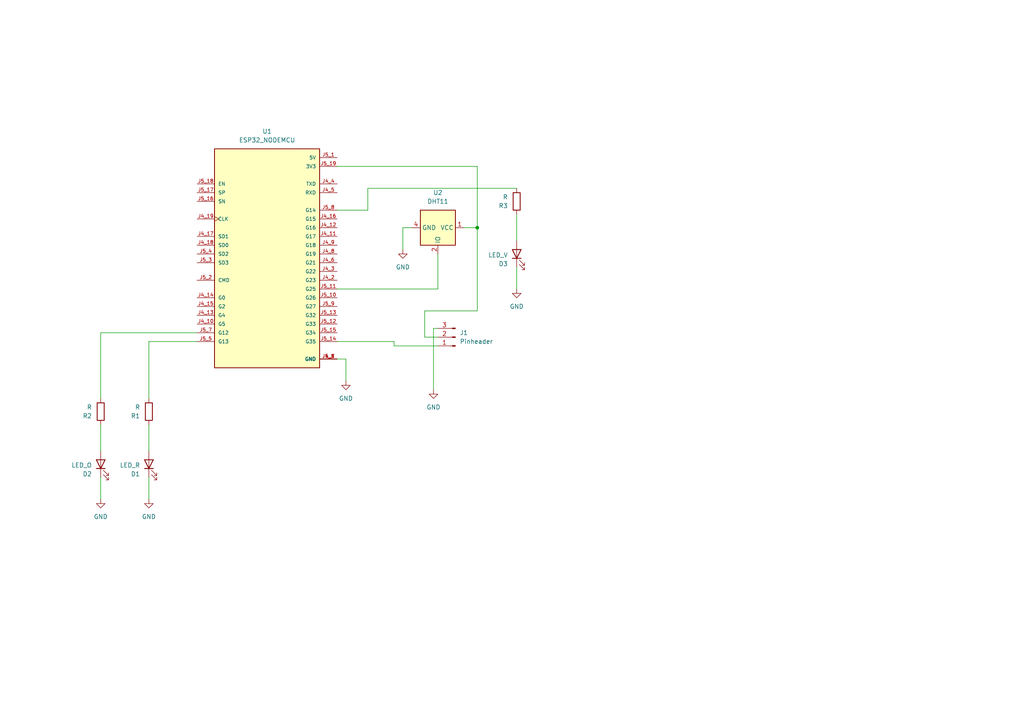
<source format=kicad_sch>
(kicad_sch (version 20211123) (generator eeschema)
  (paper "A4")
  (lib_symbols
    (symbol "Connector:Conn_01x03_Male" (pin_names (offset 1.016) hide)
      (property "Reference" "J" (at 0 5.08 0))
      (property "Value" "Conn_01x03_Male" (at 0 -5.08 0))
      (symbol "Conn_01x03_Male_1_1"
        (polyline (pts (xy 1.27 -2.54) (xy 0.8636 -2.54)) (stroke (width 0.1524)))
        (polyline (pts (xy 1.27 0) (xy 0.8636 0)) (stroke (width 0.1524)))
        (polyline (pts (xy 1.27 2.54) (xy 0.8636 2.54)) (stroke (width 0.1524)))
        (rectangle (start 0.8636 -2.413) (end 0 -2.667) (stroke (width 0.1524)) (fill (type outline)))
        (rectangle (start 0.8636 0.127) (end 0 -0.127) (stroke (width 0.1524)) (fill (type outline)))
        (rectangle (start 0.8636 2.667) (end 0 2.413) (stroke (width 0.1524)) (fill (type outline)))
        (pin passive line (at 5.08 2.54 180) (length 3.81) (name "Pin_1") (number "1"))
        (pin passive line (at 5.08 0 180) (length 3.81) (name "Pin_2") (number "2"))
        (pin passive line (at 5.08 -2.54 180) (length 3.81) (name "Pin_3") (number "3"))
      )
    )
    (symbol "Device:LED" (pin_numbers hide) (pin_names (offset 1.016) hide)
      (property "Reference" "D" (at 0 2.54 0))
      (property "Value" "LED" (at 0 -2.54 0))
      (symbol "LED_0_1"
        (polyline (pts (xy -1.27 -1.27) (xy -1.27 1.27)) (stroke (width 0.254)))
        (polyline (pts (xy -1.27 0) (xy 1.27 0)))
        (polyline (pts (xy 1.27 -1.27) (xy 1.27 1.27) (xy -1.27 0) (xy 1.27 -1.27)) (stroke (width 0.254)))
        (polyline (pts (xy -3.048 -0.762) (xy -4.572 -2.286) (xy -3.81 -2.286) (xy -4.572 -2.286) (xy -4.572 -1.524)))
        (polyline (pts (xy -1.778 -0.762) (xy -3.302 -2.286) (xy -2.54 -2.286) (xy -3.302 -2.286) (xy -3.302 -1.524)))
      )
      (symbol "LED_1_1"
        (pin passive line (at -3.81 0 0) (length 2.54) (name "K") (number "1"))
        (pin passive line (at 3.81 0 180) (length 2.54) (name "A") (number "2"))
      )
    )
    (symbol "Device:R" (pin_numbers hide) (pin_names (offset 0))
      (property "Reference" "R" (at 2.032 0 90))
      (property "Value" "R" (at 0 0 90))
      (symbol "R_0_1"
        (rectangle (start -1.016 -2.54) (end 1.016 2.54) (stroke (width 0.254)))
      )
      (symbol "R_1_1"
        (pin passive line (at 0 3.81 270) (length 1.27) (name "~") (number "1"))
        (pin passive line (at 0 -3.81 90) (length 1.27) (name "~") (number "2"))
      )
    )
    (symbol "ESP32_NODEMCU:ESP32_NODEMCU" (pin_names (offset 1.016))
      (property "Reference" "U" (at -15.24 31.242 0))
      (property "Value" "ESP32_NODEMCU" (at -15.24 -35.56 0))
      (symbol "ESP32_NODEMCU_0_0"
        (rectangle (start -15.24 -33.02) (end 15.24 30.48) (stroke (width 0.254)) (fill (type background)))
        (pin power_in line (at 20.32 -30.48 180) (length 5.08) (name "GND") (number "J4_1"))
        (pin bidirectional line (at -20.32 -20.32 0) (length 5.08) (name "G5") (number "J4_10"))
        (pin bidirectional line (at 20.32 5.08 180) (length 5.08) (name "G17") (number "J4_11"))
        (pin bidirectional line (at 20.32 7.62 180) (length 5.08) (name "G16") (number "J4_12"))
        (pin bidirectional line (at -20.32 -17.78 0) (length 5.08) (name "G4") (number "J4_13"))
        (pin bidirectional line (at -20.32 -12.7 0) (length 5.08) (name "G0") (number "J4_14"))
        (pin bidirectional line (at -20.32 -15.24 0) (length 5.08) (name "G2") (number "J4_15"))
        (pin bidirectional line (at 20.32 10.16 180) (length 5.08) (name "G15") (number "J4_16"))
        (pin bidirectional line (at -20.32 5.08 0) (length 5.08) (name "SD1") (number "J4_17"))
        (pin bidirectional line (at -20.32 2.54 0) (length 5.08) (name "SD0") (number "J4_18"))
        (pin input clock (at -20.32 10.16 0) (length 5.08) (name "CLK") (number "J4_19"))
        (pin bidirectional line (at 20.32 -7.62 180) (length 5.08) (name "G23") (number "J4_2"))
        (pin bidirectional line (at 20.32 -5.08 180) (length 5.08) (name "G22") (number "J4_3"))
        (pin output line (at 20.32 20.32 180) (length 5.08) (name "TXD") (number "J4_4"))
        (pin input line (at 20.32 17.78 180) (length 5.08) (name "RXD") (number "J4_5"))
        (pin bidirectional line (at 20.32 -2.54 180) (length 5.08) (name "G21") (number "J4_6"))
        (pin power_in line (at 20.32 -30.48 180) (length 5.08) (name "GND") (number "J4_7"))
        (pin bidirectional line (at 20.32 0 180) (length 5.08) (name "G19") (number "J4_8"))
        (pin bidirectional line (at 20.32 2.54 180) (length 5.08) (name "G18") (number "J4_9"))
        (pin power_in line (at 20.32 27.94 180) (length 5.08) (name "5V") (number "J5_1"))
        (pin bidirectional line (at 20.32 -12.7 180) (length 5.08) (name "G26") (number "J5_10"))
        (pin bidirectional line (at 20.32 -10.16 180) (length 5.08) (name "G25") (number "J5_11"))
        (pin bidirectional line (at 20.32 -20.32 180) (length 5.08) (name "G33") (number "J5_12"))
        (pin bidirectional line (at 20.32 -17.78 180) (length 5.08) (name "G32") (number "J5_13"))
        (pin bidirectional line (at 20.32 -25.4 180) (length 5.08) (name "G35") (number "J5_14"))
        (pin bidirectional line (at 20.32 -22.86 180) (length 5.08) (name "G34") (number "J5_15"))
        (pin input line (at -20.32 15.24 0) (length 5.08) (name "SN") (number "J5_16"))
        (pin input line (at -20.32 17.78 0) (length 5.08) (name "SP") (number "J5_17"))
        (pin input line (at -20.32 20.32 0) (length 5.08) (name "EN") (number "J5_18"))
        (pin power_in line (at 20.32 25.4 180) (length 5.08) (name "3V3") (number "J5_19"))
        (pin bidirectional line (at -20.32 -7.62 0) (length 5.08) (name "CMD") (number "J5_2"))
        (pin bidirectional line (at -20.32 -2.54 0) (length 5.08) (name "SD3") (number "J5_3"))
        (pin bidirectional line (at -20.32 0 0) (length 5.08) (name "SD2") (number "J5_4"))
        (pin bidirectional line (at -20.32 -25.4 0) (length 5.08) (name "G13") (number "J5_5"))
        (pin power_in line (at 20.32 -30.48 180) (length 5.08) (name "GND") (number "J5_6"))
        (pin bidirectional line (at -20.32 -22.86 0) (length 5.08) (name "G12") (number "J5_7"))
        (pin bidirectional line (at 20.32 12.7 180) (length 5.08) (name "G14") (number "J5_8"))
        (pin bidirectional line (at 20.32 -15.24 180) (length 5.08) (name "G27") (number "J5_9"))
      )
    )
    (symbol "Sensor:DHT11"
      (property "Reference" "U" (at -3.81 6.35 0))
      (property "Value" "DHT11" (at 3.81 6.35 0))
      (symbol "DHT11_0_1"
        (rectangle (start -5.08 5.08) (end 5.08 -5.08) (stroke (width 0.254)) (fill (type background)))
      )
      (symbol "DHT11_1_1"
        (pin power_in line (at 0 7.62 270) (length 2.54) (name "VCC") (number "1"))
        (pin bidirectional line (at 7.62 0 180) (length 2.54) (name "IO") (number "2"))
        (pin no_connect line (at -5.08 0 0) (length 2.54) hide (name "NC") (number "3"))
        (pin power_in line (at 0 -7.62 90) (length 2.54) (name "GND") (number "4"))
      )
    )
    (symbol "power:GND" (power) (pin_names (offset 0))
      (property "Value" "GND" (at 0 -3.81 0))
      (symbol "GND_0_1"
        (polyline (pts (xy 0 0) (xy 0 -1.27) (xy 1.27 -1.27) (xy 0 -2.54) (xy -1.27 -1.27) (xy 0 -1.27)))
      )
      (symbol "GND_1_1"
        (pin power_in line (at 0 0 270) (length 0) hide (name "GND") (number "1"))
      )
    )
  )
  (junction (at 138.43 66.04))
  (wire (pts (xy 43.18 144.78) (xy 43.18 138.43)))
  (wire (pts (xy 116.84 66.04) (xy 116.84 72.39)))
  (wire (pts (xy 149.86 54.61) (xy 106.68 54.61)))
  (wire (pts (xy 138.43 48.26) (xy 138.43 66.04)))
  (wire (pts (xy 134.62 66.04) (xy 138.43 66.04)))
  (wire (pts (xy 138.43 48.26) (xy 97.79 48.26)))
  (wire (pts (xy 43.18 99.06) (xy 57.15 99.06)))
  (wire (pts (xy 127 73.66) (xy 127 83.82)))
  (wire (pts (xy 123.19 90.17) (xy 138.43 90.17)))
  (wire (pts (xy 29.21 96.52) (xy 57.15 96.52)))
  (wire (pts (xy 127 97.79) (xy 123.19 97.79)))
  (wire (pts (xy 114.3 100.33) (xy 127 100.33)))
  (wire (pts (xy 138.43 90.17) (xy 138.43 66.04)))
  (wire (pts (xy 127 83.82) (xy 97.79 83.82)))
  (wire (pts (xy 29.21 144.78) (xy 29.21 138.43)))
  (wire (pts (xy 97.79 60.96) (xy 106.68 60.96)))
  (wire (pts (xy 97.79 99.06) (xy 114.3 99.06)))
  (wire (pts (xy 29.21 130.81) (xy 29.21 123.19)))
  (wire (pts (xy 43.18 115.57) (xy 43.18 99.06)))
  (wire (pts (xy 97.79 104.14) (xy 100.33 104.14)))
  (wire (pts (xy 127 95.25) (xy 125.73 95.25)))
  (wire (pts (xy 149.86 69.85) (xy 149.86 62.23)))
  (wire (pts (xy 29.21 115.57) (xy 29.21 96.52)))
  (wire (pts (xy 149.86 83.82) (xy 149.86 77.47)))
  (wire (pts (xy 125.73 95.25) (xy 125.73 113.03)))
  (wire (pts (xy 119.38 66.04) (xy 116.84 66.04)))
  (wire (pts (xy 114.3 99.06) (xy 114.3 100.33)))
  (wire (pts (xy 43.18 130.81) (xy 43.18 123.19)))
  (wire (pts (xy 100.33 104.14) (xy 100.33 110.49)))
  (wire (pts (xy 123.19 97.79) (xy 123.19 90.17)))
  (wire (pts (xy 106.68 54.61) (xy 106.68 60.96)))
  (symbol (lib_id "Device:R") (at 29.21 119.38 180) (unit 1)
    (property "Reference" "R2" (at 26.67 120.6501 0) (effects (justify left)))
    (property "Value" "R" (at 26.67 118.1101 0) (effects (justify left)))
    (property "Footprint" "Resistor_THT:R_Axial_DIN0309_L9.0mm_D3.2mm_P12.70mm_Horizontal" (effects hide))
  )
  (symbol (lib_id "power:GND") (at 29.21 144.78 0) (unit 1)
    (property "Reference" "#PWR0105" (effects hide))
    (property "Value" "GND" (at 29.21 149.86 0))
  )
  (symbol (lib_id "Connector:Conn_01x03_Male") (at 132.08 97.79 180) (unit 1)
    (property "Reference" "J1" (at 133.35 96.5199 0) (effects (justify right)))
    (property "Value" "Pinheader" (at 133.35 99.0599 0) (effects (justify right)))
    (property "Footprint" "Connector_PinHeader_1.00mm:PinHeader_1x03_P1.00mm_Vertical" (effects hide))
  )
  (symbol (lib_id "Device:R") (at 149.86 58.42 180) (unit 1)
    (property "Reference" "R3" (at 147.32 59.6901 0) (effects (justify left)))
    (property "Value" "R" (at 147.32 57.1501 0) (effects (justify left)))
    (property "Footprint" "Resistor_THT:R_Axial_DIN0309_L9.0mm_D3.2mm_P12.70mm_Horizontal" (effects hide))
  )
  (symbol (lib_id "power:GND") (at 125.73 113.03 0) (unit 1)
    (property "Reference" "#PWR0106" (effects hide))
    (property "Value" "GND" (at 125.73 118.11 0))
  )
  (symbol (lib_id "Device:R") (at 43.18 119.38 180) (unit 1)
    (property "Reference" "R1" (at 40.64 120.6501 0) (effects (justify left)))
    (property "Value" "R" (at 40.64 118.1101 0) (effects (justify left)))
    (property "Footprint" "Resistor_THT:R_Axial_DIN0309_L9.0mm_D3.2mm_P12.70mm_Horizontal" (effects hide))
  )
  (symbol (lib_id "Device:LED") (at 149.86 73.66 90) (unit 1)
    (property "Reference" "D3" (at 147.32 76.5176 90) (effects (justify left)))
    (property "Value" "LED_V" (at 147.32 73.9776 90) (effects (justify left)))
    (property "Footprint" "LED_THT:LED_D3.0mm" (effects hide))
  )
  (symbol (lib_id "power:GND") (at 116.84 72.39 0) (unit 1)
    (property "Reference" "#PWR0103" (effects hide))
    (property "Value" "GND" (at 116.84 77.47 0))
  )
  (symbol (lib_id "power:GND") (at 100.33 110.49 0) (unit 1)
    (property "Reference" "#PWR0101" (effects hide))
    (property "Value" "GND" (at 100.33 115.57 0))
  )
  (symbol (lib_id "Device:LED") (at 43.18 134.62 90) (unit 1)
    (property "Reference" "D1" (at 40.64 137.4776 90) (effects (justify left)))
    (property "Value" "LED_R" (at 40.64 134.9376 90) (effects (justify left)))
    (property "Footprint" "LED_THT:LED_D3.0mm" (effects hide))
  )
  (symbol (lib_id "Device:LED") (at 29.21 134.62 90) (unit 1)
    (property "Reference" "D2" (at 26.67 137.4776 90) (effects (justify left)))
    (property "Value" "LED_O" (at 26.67 134.9376 90) (effects (justify left)))
    (property "Footprint" "LED_THT:LED_D3.0mm" (effects hide))
  )
  (symbol (lib_id "ESP32_NODEMCU:ESP32_NODEMCU") (at 77.47 73.66 0) (unit 1)
    (property "Reference" "U1" (at 77.47 38.1 0))
    (property "Value" "ESP32_NODEMCU" (at 77.47 40.64 0))
    (property "Footprint" "ESP32_NODEMCU:MODULE_ESP32_NODEMCU" (effects hide))
    (property "STANDARD" "Manufacturer Recommendations" (effects hide))
    (property "MAXIMUM_PACKAGE_HEIGHT" "6.6 mm" (effects hide))
    (property "MANUFACTURER" "Espressif" (effects hide))
  )
  (symbol (lib_id "power:GND") (at 43.18 144.78 0) (unit 1)
    (property "Reference" "#PWR0102" (effects hide))
    (property "Value" "GND" (at 43.18 149.86 0))
  )
  (symbol (lib_id "Sensor:DHT11") (at 127 66.04 270) (unit 1)
    (property "Reference" "U2" (at 127 55.88 90))
    (property "Value" "DHT11" (at 127 58.42 90))
    (property "Footprint" "Sensor:Aosong_DHT11_5.5x12.0_P2.54mm" (effects hide))
    (property "Datasheet" "http://akizukidenshi.com/download/ds/aosong/DHT11.pdf" (effects hide))
  )
  (symbol (lib_id "power:GND") (at 149.86 83.82 0) (unit 1)
    (property "Reference" "#PWR0104" (effects hide))
    (property "Value" "GND" (at 149.86 88.9 0))
  )
)
</source>
